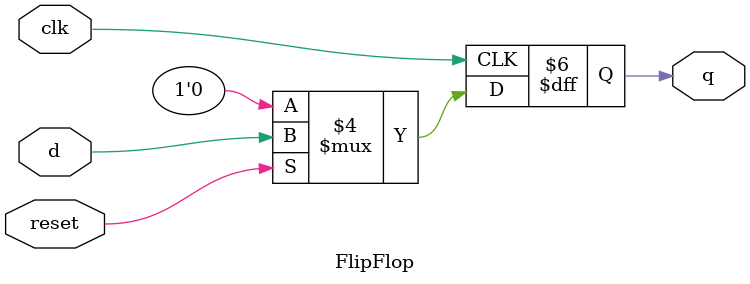
<source format=v>
module FlipFlop (
    input clk,
    input reset,
    input d,
    output reg q
);
    always @(posedge clk) begin
        begin
            if (reset == 0) q <= 0;
            else q <= d;
        end
    end
endmodule
</source>
